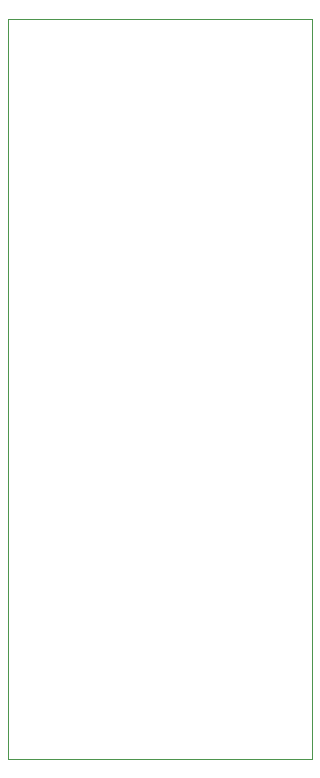
<source format=gm1>
%TF.GenerationSoftware,KiCad,Pcbnew,9.0.6*%
%TF.CreationDate,2025-12-14T16:55:08-06:00*%
%TF.ProjectId,PCB,5043422e-6b69-4636-9164-5f7063625858,rev?*%
%TF.SameCoordinates,Original*%
%TF.FileFunction,Profile,NP*%
%FSLAX46Y46*%
G04 Gerber Fmt 4.6, Leading zero omitted, Abs format (unit mm)*
G04 Created by KiCad (PCBNEW 9.0.6) date 2025-12-14 16:55:08*
%MOMM*%
%LPD*%
G01*
G04 APERTURE LIST*
%TA.AperFunction,Profile*%
%ADD10C,0.050000*%
%TD*%
G04 APERTURE END LIST*
D10*
X113538000Y-64720000D02*
X139319000Y-64720000D01*
X139319000Y-127381000D01*
X113538000Y-127381000D01*
X113538000Y-64720000D01*
M02*

</source>
